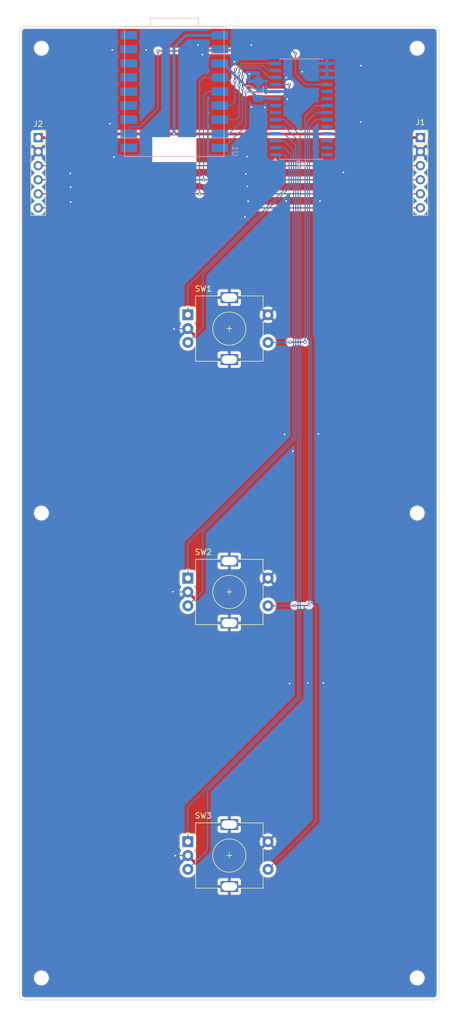
<source format=kicad_pcb>
(kicad_pcb (version 20241229) (generator "pcbnew") (generator_version "9.0")
  (layers (0 "F.Cu" signal) (2 "B.Cu" signal) (13 "F.Paste" user) (15 "B.Paste" user) (5 "F.SilkS" user "F.Silkscreen") (7 "B.SilkS" user "B.Silkscreen") (1 "F.Mask" user) (3 "B.Mask" user) (25 "Edge.Cuts" user))
  (net 0 "")
  (net 1 "Net-(J1-Pin_6)")
  (net 2 "Net-(U2-GPB0)")
  (net 4 "/~{MCP_RST}")
  (net 5 "Net-(U2-GPB1)")
  (net 7 "Net-(U2-GPB2)")
  (net 9 "Net-(U2-GPB3)")
  (net 14 "Net-(U2-GPB4)")
  (net 15 "Net-(U2-GPB5)")
  (net 17 "Net-(U2-GPA0)")
  (net 18 "Net-(U2-GPA1)")
  (net 19 "Net-(U2-GPA2)")
  (net 20 "/MISO")
  (net 21 "/~{MCP_CS}")
  (net 22 "/MOSI")
  (net 23 "/SCK")
  (net 29 "GND")
  (net 30 "5V")
  (net 31 "Net-(U1-V3V)")
  (net 32 "/SLC")
  (net 33 "/SDA")
  (net 38 "Net-(J1-Pin_3)")
  (footprint "MountingHole:MountingHole_2.2mm_M2" (layer "F.Cu") (at 105.7625 25.044)
    (property "Reference" "H1" (hide yes))
    (property "Value" "MountingHole")
    (pad "" np_thru_hole circle (at 0 0) (size 2.2 2.2) (drill 2.2) (layers "*.Cu" "*.Mask"))
  )
  (footprint "MountingHole:MountingHole_2.2mm_M2" (layer "F.Cu") (at 105.7625 109.044)
    (property "Reference" "H3" (hide yes))
    (property "Value" "MountingHole")
    (pad "" np_thru_hole circle (at 0 0) (size 2.2 2.2) (drill 2.2) (layers "*.Cu" "*.Mask"))
  )
  (footprint "Tommy:PinSocket_1x06_P2.54mm_MagPogoHor_R" (layer "F.Cu") (at 106.4625 36.044)
    (property "Reference" "J2" (at -1.275 2.68 0) (layer "F.SilkS"))
    (property "Value" "Conn_01x06")
    (fp_line (start -2.605 6.42) (end -2.605 19.18) (stroke (width 0.12)) (layer "F.SilkS"))
    (fp_line (start -2.605 6.42) (end 0.055 6.42) (stroke (width 0.12)) (layer "F.SilkS"))
    (fp_line (start -2.605 19.18) (end 0.055 19.18) (stroke (width 0.12)) (layer "F.SilkS"))
    (fp_line (start -1.275 3.82) (end 0.055 3.82) (stroke (width 0.12)) (layer "F.SilkS"))
    (fp_line (start 0.055 3.82) (end 0.055 5.15) (stroke (width 0.12)) (layer "F.SilkS"))
    (fp_line (start 0.055 6.42) (end 0.055 19.18) (stroke (width 0.12)) (layer "F.SilkS"))
    (pad "1" thru_hole rect (at -1.275 5.15) (size 1.7 1.7) (drill 1) (layers "*.Cu" "*.Mask") (net 30 "5V"))
    (pad "2" thru_hole circle (at -1.275 7.69) (size 1.7 1.7) (drill 1) (layers "*.Cu" "*.Mask") (net 29 "GND"))
    (pad "3" thru_hole circle (at -1.275 10.23) (size 1.7 1.7) (drill 1) (layers "*.Cu" "*.Mask") (net 38 "Net-(J1-Pin_3)"))
    (pad "4" thru_hole circle (at -1.275 12.77) (size 1.7 1.7) (drill 1) (layers "*.Cu" "*.Mask") (net 33 "/SDA"))
    (pad "5" thru_hole circle (at -1.275 15.31) (size 1.7 1.7) (drill 1) (layers "*.Cu" "*.Mask") (net 32 "/SLC"))
    (pad "6" thru_hole circle (at -1.275 17.85) (size 1.7 1.7) (drill 1) (layers "*.Cu" "*.Mask") (net 1 "Net-(J1-Pin_6)"))
  )
  (footprint "Rotary_Encoder:RotaryEncoder_Alps_EC11E-Switch_Vertical_H20mm" (layer "F.Cu") (at 132.2625 73.204)
    (property "Reference" "SW1" (at 2.8 -4.7 0) (layer "F.SilkS"))
    (property "Value" "RotaryEncoder_Switch_MP")
    (fp_line (start -0.3 -1.6) (end 0.3 -1.6) (stroke (width 0.12)) (layer "F.SilkS"))
    (fp_line (start 0 -1.3) (end -0.3 -1.6) (stroke (width 0.12)) (layer "F.SilkS"))
    (fp_line (start 0.3 -1.6) (end 0 -1.3) (stroke (width 0.12)) (layer "F.SilkS"))
    (fp_line (start 1.4 -3.4) (end 1.4 8.4) (stroke (width 0.12)) (layer "F.SilkS"))
    (fp_line (start 5.5 -3.4) (end 1.4 -3.4) (stroke (width 0.12)) (layer "F.SilkS"))
    (fp_line (start 5.5 8.4) (end 1.4 8.4) (stroke (width 0.12)) (layer "F.SilkS"))
    (fp_line (start 7 2.5) (end 8 2.5) (stroke (width 0.12)) (layer "F.SilkS"))
    (fp_line (start 7.5 2) (end 7.5 3) (stroke (width 0.12)) (layer "F.SilkS"))
    (fp_line (start 9.5 -3.4) (end 13.6 -3.4) (stroke (width 0.12)) (layer "F.SilkS"))
    (fp_line (start 13.6 -3.4) (end 13.6 -1) (stroke (width 0.12)) (layer "F.SilkS"))
    (fp_line (start 13.6 1.2) (end 13.6 3.8) (stroke (width 0.12)) (layer "F.SilkS"))
    (fp_line (start 13.6 6) (end 13.6 8.4) (stroke (width 0.12)) (layer "F.SilkS"))
    (fp_line (start 13.6 8.4) (end 9.5 8.4) (stroke (width 0.12)) (layer "F.SilkS"))
    (fp_circle (center 7.5 2.5) (end 10.5 2.5) (stroke (width 0.12)) (fill no) (layer "F.SilkS"))
    (pad "A" thru_hole rect (at 0 0) (size 2 2) (drill 1) (layers "*.Cu" "*.Mask") (net 2 "Net-(U2-GPB0)"))
    (pad "B" thru_hole circle (at 0 5) (size 2 2) (drill 1) (layers "*.Cu" "*.Mask") (net 5 "Net-(U2-GPB1)"))
    (pad "C" thru_hole circle (at 0 2.5) (size 2 2) (drill 1) (layers "*.Cu" "*.Mask") (net 29 "GND"))
    (pad "MP" thru_hole rect (at 7.5 -3.1) (size 3.2 2) (drill oval 2.8 1.5) (layers "*.Cu" "*.Mask") (net 29 "GND"))
    (pad "MP" thru_hole rect (at 7.5 8.1) (size 3.2 2) (drill oval 2.8 1.5) (layers "*.Cu" "*.Mask") (net 29 "GND"))
    (pad "S1" thru_hole circle (at 14.5 5) (size 2 2) (drill 1) (layers "*.Cu" "*.Mask") (net 17 "Net-(U2-GPA0)"))
    (pad "S2" thru_hole circle (at 14.5 0) (size 2 2) (drill 1) (layers "*.Cu" "*.Mask") (net 29 "GND"))
  )
  (footprint "Rotary_Encoder:RotaryEncoder_Alps_EC11E-Switch_Vertical_H20mm" (layer "F.Cu") (at 132.2625 168.424)
    (property "Reference" "SW3" (at 2.8 -4.7 0) (layer "F.SilkS"))
    (property "Value" "RotaryEncoder_Switch_MP")
    (fp_line (start -0.3 -1.6) (end 0.3 -1.6) (stroke (width 0.12)) (layer "F.SilkS"))
    (fp_line (start 0 -1.3) (end -0.3 -1.6) (stroke (width 0.12)) (layer "F.SilkS"))
    (fp_line (start 0.3 -1.6) (end 0 -1.3) (stroke (width 0.12)) (layer "F.SilkS"))
    (fp_line (start 1.4 -3.4) (end 1.4 8.4) (stroke (width 0.12)) (layer "F.SilkS"))
    (fp_line (start 5.5 -3.4) (end 1.4 -3.4) (stroke (width 0.12)) (layer "F.SilkS"))
    (fp_line (start 5.5 8.4) (end 1.4 8.4) (stroke (width 0.12)) (layer "F.SilkS"))
    (fp_line (start 7 2.5) (end 8 2.5) (stroke (width 0.12)) (layer "F.SilkS"))
    (fp_line (start 7.5 2) (end 7.5 3) (stroke (width 0.12)) (layer "F.SilkS"))
    (fp_line (start 9.5 -3.4) (end 13.6 -3.4) (stroke (width 0.12)) (layer "F.SilkS"))
    (fp_line (start 13.6 -3.4) (end 13.6 -1) (stroke (width 0.12)) (layer "F.SilkS"))
    (fp_line (start 13.6 1.2) (end 13.6 3.8) (stroke (width 0.12)) (layer "F.SilkS"))
    (fp_line (start 13.6 6) (end 13.6 8.4) (stroke (width 0.12)) (layer "F.SilkS"))
    (fp_line (start 13.6 8.4) (end 9.5 8.4) (stroke (width 0.12)) (layer "F.SilkS"))
    (fp_circle (center 7.5 2.5) (end 10.5 2.5) (stroke (width 0.12)) (fill no) (layer "F.SilkS"))
    (pad "A" thru_hole rect (at 0 0) (size 2 2) (drill 1) (layers "*.Cu" "*.Mask") (net 14 "Net-(U2-GPB4)"))
    (pad "B" thru_hole circle (at 0 5) (size 2 2) (drill 1) (layers "*.Cu" "*.Mask") (net 15 "Net-(U2-GPB5)"))
    (pad "C" thru_hole circle (at 0 2.5) (size 2 2) (drill 1) (layers "*.Cu" "*.Mask") (net 29 "GND"))
    (pad "MP" thru_hole rect (at 7.5 -3.1) (size 3.2 2) (drill oval 2.8 1.5) (layers "*.Cu" "*.Mask") (net 29 "GND"))
    (pad "MP" thru_hole rect (at 7.5 8.1) (size 3.2 2) (drill oval 2.8 1.5) (layers "*.Cu" "*.Mask") (net 29 "GND"))
    (pad "S1" thru_hole circle (at 14.5 5) (size 2 2) (drill 1) (layers "*.Cu" "*.Mask") (net 19 "Net-(U2-GPA2)"))
    (pad "S2" thru_hole circle (at 14.5 0) (size 2 2) (drill 1) (layers "*.Cu" "*.Mask") (net 29 "GND"))
  )
  (footprint "Rotary_Encoder:RotaryEncoder_Alps_EC11E-Switch_Vertical_H20mm" (layer "F.Cu") (at 132.2575 120.794)
    (property "Reference" "SW2" (at 2.8 -4.7 0) (layer "F.SilkS"))
    (property "Value" "RotaryEncoder_Switch_MP")
    (fp_line (start -0.3 -1.6) (end 0.3 -1.6) (stroke (width 0.12)) (layer "F.SilkS"))
    (fp_line (start 0 -1.3) (end -0.3 -1.6) (stroke (width 0.12)) (layer "F.SilkS"))
    (fp_line (start 0.3 -1.6) (end 0 -1.3) (stroke (width 0.12)) (layer "F.SilkS"))
    (fp_line (start 1.4 -3.4) (end 1.4 8.4) (stroke (width 0.12)) (layer "F.SilkS"))
    (fp_line (start 5.5 -3.4) (end 1.4 -3.4) (stroke (width 0.12)) (layer "F.SilkS"))
    (fp_line (start 5.5 8.4) (end 1.4 8.4) (stroke (width 0.12)) (layer "F.SilkS"))
    (fp_line (start 7 2.5) (end 8 2.5) (stroke (width 0.12)) (layer "F.SilkS"))
    (fp_line (start 7.5 2) (end 7.5 3) (stroke (width 0.12)) (layer "F.SilkS"))
    (fp_line (start 9.5 -3.4) (end 13.6 -3.4) (stroke (width 0.12)) (layer "F.SilkS"))
    (fp_line (start 13.6 -3.4) (end 13.6 -1) (stroke (width 0.12)) (layer "F.SilkS"))
    (fp_line (start 13.6 1.2) (end 13.6 3.8) (stroke (width 0.12)) (layer "F.SilkS"))
    (fp_line (start 13.6 6) (end 13.6 8.4) (stroke (width 0.12)) (layer "F.SilkS"))
    (fp_line (start 13.6 8.4) (end 9.5 8.4) (stroke (width 0.12)) (layer "F.SilkS"))
    (fp_circle (center 7.5 2.5) (end 10.5 2.5) (stroke (width 0.12)) (fill no) (layer "F.SilkS"))
    (pad "A" thru_hole rect (at 0 0) (size 2 2) (drill 1) (layers "*.Cu" "*.Mask") (net 7 "Net-(U2-GPB2)"))
    (pad "B" thru_hole circle (at 0 5) (size 2 2) (drill 1) (layers "*.Cu" "*.Mask") (net 9 "Net-(U2-GPB3)"))
    (pad "C" thru_hole circle (at 0 2.5) (size 2 2) (drill 1) (layers "*.Cu" "*.Mask") (net 29 "GND"))
    (pad "MP" thru_hole rect (at 7.5 -3.1) (size 3.2 2) (drill oval 2.8 1.5) (layers "*.Cu" "*.Mask") (net 29 "GND"))
    (pad "MP" thru_hole rect (at 7.5 8.1) (size 3.2 2) (drill oval 2.8 1.5) (layers "*.Cu" "*.Mask") (net 29 "GND"))
    (pad "S1" thru_hole circle (at 14.5 5) (size 2 2) (drill 1) (layers "*.Cu" "*.Mask") (net 18 "Net-(U2-GPA1)"))
    (pad "S2" thru_hole circle (at 14.5 0) (size 2 2) (drill 1) (layers "*.Cu" "*.Mask") (net 29 "GND"))
  )
  (footprint "MountingHole:MountingHole_2.2mm_M2" (layer "F.Cu") (at 173.7625 109.044)
    (property "Reference" "H4" (hide yes))
    (property "Value" "MountingHole")
    (pad "" np_thru_hole circle (at 0 0) (size 2.2 2.2) (drill 2.2) (layers "*.Cu" "*.Mask"))
  )
  (footprint "MountingHole:MountingHole_2.2mm_M2" (layer "F.Cu") (at 173.7625 193.044)
    (property "Reference" "H6" (hide yes))
    (property "Value" "MountingHole")
    (pad "" np_thru_hole circle (at 0 0) (size 2.2 2.2) (drill 2.2) (layers "*.Cu" "*.Mask"))
  )
  (footprint "MountingHole:MountingHole_2.2mm_M2" (layer "F.Cu") (at 105.7625 193.044)
    (property "Reference" "H5" (hide yes))
    (property "Value" "MountingHole")
    (pad "" np_thru_hole circle (at 0 0) (size 2.2 2.2) (drill 2.2) (layers "*.Cu" "*.Mask"))
  )
  (footprint "Tommy:PinSocket_1x06_P2.54mm_MagPogoHor" (layer "F.Cu") (at 173.0575 36.034)
    (property "Reference" "J1" (at 1.275 2.38 0) (layer "F.SilkS"))
    (property "Value" "Conn_01x06")
    (fp_line (start -0.055 6.42) (end -0.055 19.18) (stroke (width 0.12)) (layer "F.SilkS"))
    (fp_line (start -0.055 6.42) (end 2.605 6.42) (stroke (width 0.12)) (layer "F.SilkS"))
    (fp_line (start -0.055 19.18) (end 2.605 19.18) (stroke (width 0.12)) (layer "F.SilkS"))
    (fp_line (start 1.275 3.82) (end 2.605 3.82) (stroke (width 0.12)) (layer "F.SilkS"))
    (fp_line (start 2.605 3.82) (end 2.605 5.15) (stroke (width 0.12)) (layer "F.SilkS"))
    (fp_line (start 2.605 6.42) (end 2.605 19.18) (stroke (width 0.12)) (layer "F.SilkS"))
    (pad "1" thru_hole rect (at 1.275 5.15) (size 1.7 1.7) (drill 1) (layers "*.Cu" "*.Mask") (net 30 "5V"))
    (pad "2" thru_hole circle (at 1.275 7.69) (size 1.7 1.7) (drill 1) (layers "*.Cu" "*.Mask") (net 29 "GND"))
    (pad "3" thru_hole circle (at 1.275 10.23) (size 1.7 1.7) (drill 1) (layers "*.Cu" "*.Mask") (net 38 "Net-(J1-Pin_3)"))
    (pad "4" thru_hole circle (at 1.275 12.77) (size 1.7 1.7) (drill 1) (layers "*.Cu" "*.Mask") (net 33 "/SDA"))
    (pad "5" thru_hole circle (at 1.275 15.31) (size 1.7 1.7) (drill 1) (layers "*.Cu" "*.Mask") (net 32 "/SLC"))
    (pad "6" thru_hole circle (at 1.275 17.85) (size 1.7 1.7) (drill 1) (layers "*.Cu" "*.Mask") (net 1 "Net-(J1-Pin_6)"))
  )
  (footprint "MountingHole:MountingHole_2.2mm_M2" (layer "F.Cu") (at 173.7625 25.044)
    (property "Reference" "H2" (hide yes))
    (property "Value" "MountingHole")
    (pad "" np_thru_hole circle (at 0 0) (size 2.2 2.2) (drill 2.2) (layers "*.Cu" "*.Mask"))
  )
  (footprint "Capacitor_SMD:C_1206_3216Metric_Pad1.33x1.80mm_HandSolder" (layer "B.Cu") (at 144.9625 32.544 90)
    (property "Reference" "C1" (at 0 -1.7 90) (layer "B.SilkS") (effects (justify mirror)))
    (property "Value" "0.1uF")
    (fp_line (start -0.711252 -0.91) (end 0.711252 -0.91) (stroke (width 0.12)) (layer "B.SilkS"))
    (fp_line (start -0.711252 0.91) (end 0.711252 0.91) (stroke (width 0.12)) (layer "B.SilkS"))
    (pad "1" smd roundrect (at -1.5625 0 90) (size 1.325 1.8) (layers "B.Cu" "B.Mask" "B.Paste") (roundrect_rratio 0.188679) (net 31 "Net-(U1-V3V)"))
    (pad "2" smd roundrect (at 1.5625 0 90) (size 1.325 1.8) (layers "B.Cu" "B.Mask" "B.Paste") (roundrect_rratio 0.188679) (net 29 "GND"))
  )
  (footprint "Package_SO:SOIC-28W_7.5x17.9mm_P1.27mm" (layer "B.Cu") (at 152.7625 36.044)
    (property "Reference" "U2" (at 0 9.9 0) (layer "B.SilkS") (effects (justify mirror)))
    (property "Value" "MCP23S17_SO")
    (fp_line (start -3.86 -9.06) (end -3.86 -8.815) (stroke (width 0.12)) (layer "B.SilkS"))
    (fp_line (start -3.86 9.06) (end -3.86 8.815) (stroke (width 0.12)) (layer "B.SilkS"))
    (fp_line (start 0 -9.06) (end -3.86 -9.06) (stroke (width 0.12)) (layer "B.SilkS"))
    (fp_line (start 0 -9.06) (end 3.86 -9.06) (stroke (width 0.12)) (layer "B.SilkS"))
    (fp_line (start 0 9.06) (end -3.86 9.06) (stroke (width 0.12)) (layer "B.SilkS"))
    (fp_line (start 0 9.06) (end 3.86 9.06) (stroke (width 0.12)) (layer "B.SilkS"))
    (fp_line (start 3.86 -9.06) (end 3.86 -8.815) (stroke (width 0.12)) (layer "B.SilkS"))
    (fp_line (start 3.86 9.06) (end 3.86 8.815) (stroke (width 0.12)) (layer "B.SilkS"))
    (fp_poly (pts (xy -4.7125 8.815) (xy -5.0525 9.285) (xy -4.3725 9.285)) (stroke (width 0.12)) (fill yes) (layer "B.SilkS"))
    (pad "1" smd roundrect (at -4.65 8.255) (size 2.05 0.6) (layers "B.Cu" "B.Mask" "B.Paste") (net 2 "Net-(U2-GPB0)"))
    (pad "2" smd roundrect (at -4.65 6.985) (size 2.05 0.6) (layers "B.Cu" "B.Mask" "B.Paste") (net 5 "Net-(U2-GPB1)"))
    (pad "3" smd roundrect (at -4.65 5.715) (size 2.05 0.6) (layers "B.Cu" "B.Mask" "B.Paste") (net 7 "Net-(U2-GPB2)"))
    (pad "4" smd roundrect (at -4.65 4.445) (size 2.05 0.6) (layers "B.Cu" "B.Mask" "B.Paste") (net 9 "Net-(U2-GPB3)"))
    (pad "5" smd roundrect (at -4.65 3.175) (size 2.05 0.6) (layers "B.Cu" "B.Mask" "B.Paste") (net 14 "Net-(U2-GPB4)"))
    (pad "6" smd roundrect (at -4.65 1.905) (size 2.05 0.6) (layers "B.Cu" "B.Mask" "B.Paste") (net 15 "Net-(U2-GPB5)"))
    (pad "7" smd roundrect (at -4.65 0.635) (size 2.05 0.6) (layers "B.Cu" "B.Mask" "B.Paste"))
    (pad "8" smd roundrect (at -4.65 -0.635) (size 2.05 0.6) (layers "B.Cu" "B.Mask" "B.Paste"))
    (pad "9" smd roundrect (at -4.65 -1.905) (size 2.05 0.6) (layers "B.Cu" "B.Mask" "B.Paste") (net 31 "Net-(U1-V3V)"))
    (pad "10" smd roundrect (at -4.65 -3.175) (size 2.05 0.6) (layers "B.Cu" "B.Mask" "B.Paste") (net 29 "GND"))
    (pad "11" smd roundrect (at -4.65 -4.445) (size 2.05 0.6) (layers "B.Cu" "B.Mask" "B.Paste") (net 21 "/~{MCP_CS}"))
    (pad "12" smd roundrect (at -4.65 -5.715) (size 2.05 0.6) (layers "B.Cu" "B.Mask" "B.Paste") (net 23 "/SCK"))
    (pad "13" smd roundrect (at -4.65 -6.985) (size 2.05 0.6) (layers "B.Cu" "B.Mask" "B.Paste") (net 22 "/MOSI"))
    (pad "14" smd roundrect (at -4.65 -8.255) (size 2.05 0.6) (layers "B.Cu" "B.Mask" "B.Paste") (net 20 "/MISO"))
    (pad "15" smd roundrect (at 4.65 -8.255) (size 2.05 0.6) (layers "B.Cu" "B.Mask" "B.Paste") (net 29 "GND"))
    (pad "16" smd roundrect (at 4.65 -6.985) (size 2.05 0.6) (layers "B.Cu" "B.Mask" "B.Paste") (net 29 "GND"))
    (pad "17" smd roundrect (at 4.65 -5.715) (size 2.05 0.6) (layers "B.Cu" "B.Mask" "B.Paste") (net 29 "GND"))
    (pad "18" smd roundrect (at 4.65 -4.445) (size 2.05 0.6) (layers "B.Cu" "B.Mask" "B.Paste") (net 4 "/~{MCP_RST}"))
    (pad "19" smd roundrect (at 4.65 -3.175) (size 2.05 0.6) (layers "B.Cu" "B.Mask" "B.Paste"))
    (pad "20" smd roundrect (at 4.65 -1.905) (size 2.05 0.6) (layers "B.Cu" "B.Mask" "B.Paste"))
    (pad "21" smd roundrect (at 4.65 -0.635) (size 2.05 0.6) (layers "B.Cu" "B.Mask" "B.Paste") (net 17 "Net-(U2-GPA0)"))
    (pad "22" smd roundrect (at 4.65 0.635) (size 2.05 0.6) (layers "B.Cu" "B.Mask" "B.Paste") (net 18 "Net-(U2-GPA1)"))
    (pad "23" smd roundrect (at 4.65 1.905) (size 2.05 0.6) (layers "B.Cu" "B.Mask" "B.Paste") (net 19 "Net-(U2-GPA2)"))
    (pad "24" smd roundrect (at 4.65 3.175) (size 2.05 0.6) (layers "B.Cu" "B.Mask" "B.Paste"))
    (pad "25" smd roundrect (at 4.65 4.445) (size 2.05 0.6) (layers "B.Cu" "B.Mask" "B.Paste"))
    (pad "26" smd roundrect (at 4.65 5.715) (size 2.05 0.6) (layers "B.Cu" "B.Mask" "B.Paste"))
    (pad "27" smd roundrect (at 4.65 6.985) (size 2.05 0.6) (layers "B.Cu" "B.Mask" "B.Paste"))
    (pad "28" smd roundrect (at 4.65 8.255) (size 2.05 0.6) (layers "B.Cu" "B.Mask" "B.Paste"))
  )
  (footprint "JonathanAdams-Waveshare-ESP32:Waveshare-ESP32-C3-Zero" (layer "B.Cu") (at 130.3125 32.614 180)
    (property "Reference" "U1" (at -10.5 -11 270) (layer "B.SilkS") (effects (font (thickness 0.1)) (justify mirror)))
    (property "Value" "ESP32-C3")
    (fp_rect (start -3.85 11.5) (end 4.83 13) (stroke (width 0.1)) (fill no) (layer "B.SilkS"))
    (fp_rect (start -8.5 11.5) (end 9.5 -12) (stroke (width 0.12)) (fill no) (layer "B.SilkS"))
    (pad "1" smd rect (at -7.74 9.91 180) (size 3 1.5) (layers "B.Cu" "B.Mask" "B.Paste") (net 30 "5V"))
    (pad "2" smd rect (at -7.74 7.37 180) (size 3 1.5) (layers "B.Cu" "B.Mask" "B.Paste") (net 29 "GND"))
    (pad "3" smd rect (at -7.74 4.83 180) (size 3 1.5) (layers "B.Cu" "B.Mask" "B.Paste") (net 31 "Net-(U1-V3V)"))
    (pad "4" smd rect (at -7.74 2.29 180) (size 3 1.5) (layers "B.Cu" "B.Mask" "B.Paste") (net 32 "/SLC"))
    (pad "5" smd rect (at -7.74 -0.25 180) (size 3 1.5) (layers "B.Cu" "B.Mask" "B.Paste") (net 33 "/SDA"))
    (pad "6" smd rect (at -7.74 -2.79 180) (size 3 1.5) (layers "B.Cu" "B.Mask" "B.Paste") (net 20 "/MISO"))
    (pad "7" smd rect (at -7.74 -5.33 180) (size 3 1.5) (layers "B.Cu" "B.Mask" "B.Paste") (net 22 "/MOSI"))
    (pad "8" smd rect (at -7.74 -7.87 180) (size 3 1.5) (layers "B.Cu" "B.Mask" "B.Paste") (net 23 "/SCK"))
    (pad "9" smd rect (at -7.74 -10.41 180) (size 3 1.5) (layers "B.Cu" "B.Mask" "B.Paste") (net 21 "/~{MCP_CS}"))
    (pad "10" smd rect (at 8.75 -10.41 180) (size 3 1.5) (layers "B.Cu" "B.Mask" "B.Paste"))
    (pad "11" smd rect (at 8.75 -7.87 180) (size 3 1.5) (layers "B.Cu" "B.Mask" "B.Paste") (net 4 "/~{MCP_RST}"))
    (pad "12" smd rect (at 8.75 -5.33 180) (size 3 1.5) (layers "B.Cu" "B.Mask" "B.Paste"))
    (pad "13" smd rect (at 8.75 -2.79 180) (size 3 1.5) (layers "B.Cu" "B.Mask" "B.Paste"))
    (pad "14" smd rect (at 8.75 -0.25 180) (size 3 1.5) (layers "B.Cu" "B.Mask" "B.Paste"))
    (pad "15" smd rect (at 8.75 2.29 180) (size 3 1.5) (layers "B.Cu" "B.Mask" "B.Paste"))
    (pad "16" smd rect (at 8.75 4.83 180) (size 3 1.5) (layers "B.Cu" "B.Mask" "B.Paste"))
    (pad "17" smd rect (at 8.75 7.37 180) (size 3 1.5) (layers "B.Cu" "B.Mask" "B.Paste"))
    (pad "18" smd rect (at 8.75 9.91 180) (size 3 1.5) (layers "B.Cu" "B.Mask" "B.Paste"))
    (zone (net 0) (net_name "") (layers "F.Cu" "B.Cu") (connect_pads (clearance 0)) (min_thickness 0.25)
      (keepout (tracks not_allowed) (vias not_allowed) (pads not_allowed) (copperpour not_allowed) (footprints not_allowed))
      (fill (thermal_gap 0.5) (thermal_bridge_width 0.5))
      (polygon (pts (xy 133.8125 41.114) (xy 125.8125 41.114) (xy 125.8125 45.614) (xy 133.8125 45.614)))
    )
  )
  (gr_arc (start 101.7625 22.044) (mid 102.055393 21.336893) (end 102.7625 21.044) (stroke (width 0.1)) (layer "Edge.Cuts"))
  (gr_arc (start 102.7625 197.044) (mid 102.055393 196.751107) (end 101.7625 196.044) (stroke (width 0.1)) (layer "Edge.Cuts"))
  (gr_line (start 101.7625 196.044) (end 101.7625 22.044) (stroke (width 0.1)) (layer "Edge.Cuts"))
  (gr_line (start 102.7625 21.044) (end 176.7625 21.044) (stroke (width 0.1)) (layer "Edge.Cuts"))
  (gr_line (start 177.7625 22.044) (end 177.7625 196.044) (stroke (width 0.1)) (layer "Edge.Cuts"))
  (gr_arc (start 176.7625 21.044) (mid 177.469607 21.336893) (end 177.7625 22.044) (stroke (width 0.1)) (layer "Edge.Cuts"))
  (gr_arc (start 177.7625 196.044) (mid 177.469607 196.751107) (end 176.7625 197.044) (stroke (width 0.1)) (layer "Edge.Cuts"))
  (gr_line (start 176.7625 197.044) (end 102.7625 197.044) (stroke (width 0.1)) (layer "Edge.Cuts"))
  (segment (start 105.1875 53.894) (end 174.3225 53.894) (width 0.2) (layer "F.Cu") (net 1))
  (segment (start 174.3225 53.894) (end 174.3325 53.884) (width 0.2) (layer "F.Cu") (net 1))
  (segment (start 132.2625 73.204) (end 132.2625 68.044) (width 0.2) (layer "B.Cu") (net 2))
  (segment (start 150.5825 45.264) (end 149.6175 44.299) (width 0.2) (layer "B.Cu") (net 2))
  (segment (start 149.6175 44.299) (end 148.1125 44.299) (width 0.2) (layer "B.Cu") (net 2))
  (segment (start 132.2625 68.044) (end 150.5825 49.724) (width 0.2) (layer "B.Cu") (net 2))
  (segment (start 150.5825 49.724) (end 150.5825 45.264) (width 0.2) (layer "B.Cu") (net 2))
  (segment (start 151.2525 25.524) (end 126.8525 25.524) (width 0.2) (layer "F.Cu") (net 4))
  (segment (start 151.7525 26.024) (end 151.2525 25.524) (width 0.2) (layer "F.Cu") (net 4))
  (via (at 126.8525 25.524) (size 0.6) (drill 0.3) (layers "F.Cu" "B.Cu") (net 4))
  (via (at 151.7525 26.024) (size 0.6) (drill 0.3) (layers "F.Cu" "B.Cu") (net 4))
  (segment (start 121.7725 39.234) (end 121.5625 39.444) (width 0.2) (layer "B.Cu") (net 4))
  (segment (start 157.4125 31.599) (end 153.589468 31.599) (width 0.2) (layer "B.Cu") (net 4))
  (segment (start 151.7525 29.762032) (end 151.7525 26.024) (width 0.2) (layer "B.Cu") (net 4))
  (segment (start 153.589468 31.599) (end 151.7525 29.762032) (width 0.2) (layer "B.Cu") (net 4))
  (segment (start 121.5625 39.444) (end 121.5625 40.484) (width 0.2) (layer "B.Cu") (net 4))
  (segment (start 123.5625 39.234) (end 121.7725 39.234) (width 0.2) (layer "B.Cu") (net 4))
  (segment (start 126.8525 25.524) (end 126.8525 35.944) (width 0.2) (layer "B.Cu") (net 4))
  (segment (start 126.8525 35.944) (end 123.5625 39.234) (width 0.2) (layer "B.Cu") (net 4))
  (segment (start 134.9625 75.504) (end 134.9625 65.9111) (width 0.2) (layer "B.Cu") (net 5))
  (segment (start 150.9835 44.365) (end 149.6475 43.029) (width 0.2) (layer "B.Cu") (net 5))
  (segment (start 132.2625 78.204) (end 134.9625 75.504) (width 0.2) (layer "B.Cu") (net 5))
  (segment (start 149.6475 43.029) (end 148.1125 43.029) (width 0.2) (layer "B.Cu") (net 5))
  (segment (start 150.9835 49.8901) (end 150.9835 44.365) (width 0.2) (layer "B.Cu") (net 5))
  (segment (start 134.9625 65.9111) (end 150.9835 49.8901) (width 0.2) (layer "B.Cu") (net 5))
  (segment (start 132.2575 120.794) (end 132.2575 114.549) (width 0.2) (layer "B.Cu") (net 7))
  (segment (start 149.6775 41.759) (end 148.1125 41.759) (width 0.2) (layer "B.Cu") (net 7))
  (segment (start 132.2575 114.549) (end 151.3845 95.422) (width 0.2) (layer "B.Cu") (net 7))
  (segment (start 151.3845 95.422) (end 151.3845 43.466) (width 0.2) (layer "B.Cu") (net 7))
  (segment (start 151.3845 43.466) (end 149.6775 41.759) (width 0.2) (layer "B.Cu") (net 7))
  (segment (start 132.2575 125.794) (end 134.89605 123.15545) (width 0.2) (layer "B.Cu") (net 9))
  (segment (start 134.89605 123.15545) (end 134.89605 112.47755) (width 0.2) (layer "B.Cu") (net 9))
  (segment (start 151.7855 95.5881) (end 151.7855 42.567) (width 0.2) (layer "B.Cu") (net 9))
  (segment (start 149.7075 40.489) (end 148.1125 40.489) (width 0.2) (layer "B.Cu") (net 9))
  (segment (start 134.89605 112.47755) (end 151.7855 95.5881) (width 0.2) (layer "B.Cu") (net 9))
  (segment (start 151.7855 42.567) (end 149.7075 40.489) (width 0.2) (layer "B.Cu") (net 9))
  (segment (start 152.1865 41.668) (end 149.7375 39.219) (width 0.2) (layer "B.Cu") (net 14))
  (segment (start 132.2625 168.424) (end 132.2625 162.144) (width 0.2) (layer "B.Cu") (net 14))
  (segment (start 149.7375 39.219) (end 148.1125 39.219) (width 0.2) (layer "B.Cu") (net 14))
  (segment (start 132.2625 162.144) (end 152.1865 142.22) (width 0.2) (layer "B.Cu") (net 14))
  (segment (start 152.1865 142.22) (end 152.1865 41.668) (width 0.2) (layer "B.Cu") (net 14))
  (segment (start 135.79605 159.17755) (end 152.5875 142.3861) (width 0.2) (layer "B.Cu") (net 15))
  (segment (start 152.5875 40.769) (end 149.7675 37.949) (width 0.2) (layer "B.Cu") (net 15))
  (segment (start 135.79605 169.89045) (end 135.79605 159.17755) (width 0.2) (layer "B.Cu") (net 15))
  (segment (start 132.2625 173.424) (end 135.79605 169.89045) (width 0.2) (layer "B.Cu") (net 15))
  (segment (start 149.7675 37.949) (end 148.1125 37.949) (width 0.2) (layer "B.Cu") (net 15))
  (segment (start 152.5875 142.3861) (end 152.5875 40.769) (width 0.2) (layer "B.Cu") (net 15))
  (segment (start 150.7845 78.144) (end 153.4625 78.144) (width 0.2) (layer "F.Cu") (net 17))
  (via (at 150.7845 78.144) (size 0.6) (drill 0.3) (layers "F.Cu" "B.Cu") (net 17))
  (via (at 153.4625 78.144) (size 0.6) (drill 0.3) (layers "F.Cu" "B.Cu") (net 17))
  (segment (start 150.7245 78.204) (end 150.7845 78.144) (width 0.2) (layer "B.Cu") (net 17))
  (segment (start 153.4625 37.339) (end 155.3925 35.409) (width 0.2) (layer "B.Cu") (net 17))
  (segment (start 146.7625 78.204) (end 150.7245 78.204) (width 0.2) (layer "B.Cu") (net 17))
  (segment (start 153.4625 78.144) (end 153.4625 37.339) (width 0.2) (layer "B.Cu") (net 17))
  (segment (start 155.3925 35.409) (end 157.4125 35.409) (width 0.2) (layer "B.Cu") (net 17))
  (segment (start 154.0625 125.744) (end 154.1625 125.644) (width 0.2) (layer "F.Cu") (net 18))
  (segment (start 151.5865 125.744) (end 154.0625 125.744) (width 0.2) (layer "F.Cu") (net 18))
  (via (at 154.1625 125.644) (size 0.6) (drill 0.3) (layers "F.Cu" "B.Cu") (net 18))
  (via (at 151.5865 125.744) (size 0.6) (drill 0.3) (layers "F.Cu" "B.Cu") (net 18))
  (segment (start 154.1625 77.943) (end 153.8635 77.644) (width 0.2) (layer "B.Cu") (net 18))
  (segment (start 151.5365 125.794) (end 151.5865 125.744) (width 0.2) (layer "B.Cu") (net 18))
  (segment (start 154.1625 125.644) (end 154.1625 77.943) (width 0.2) (layer "B.Cu") (net 18))
  (segment (start 155.4275 36.679) (end 157.4125 36.679) (width 0.2) (layer "B.Cu") (net 18))
  (segment (start 153.8635 38.243) (end 155.4275 36.679) (width 0.2) (layer "B.Cu") (net 18))
  (segment (start 146.7575 125.794) (end 151.5365 125.794) (width 0.2) (layer "B.Cu") (net 18))
  (segment (start 153.8635 77.644) (end 153.8635 38.243) (width 0.2) (layer "B.Cu") (net 18))
  (segment (start 154.5635 125.195057) (end 154.5635 77.643) (width 0.2) (layer "B.Cu") (net 19))
  (segment (start 155.4575 37.949) (end 157.4125 37.949) (width 0.2) (layer "B.Cu") (net 19))
  (segment (start 154.2645 77.344) (end 154.2645 39.142) (width 0.2) (layer "B.Cu") (net 19))
  (segment (start 154.2645 39.142) (end 155.4575 37.949) (width 0.2) (layer "B.Cu") (net 19))
  (segment (start 155.4625 164.724) (end 155.4625 126.094057) (width 0.2) (layer "B.Cu") (net 19))
  (segment (start 155.4625 126.094057) (end 154.5635 125.195057) (width 0.2) (layer "B.Cu") (net 19))
  (segment (start 154.5635 77.643) (end 154.2645 77.344) (width 0.2) (layer "B.Cu") (net 19))
  (segment (start 146.7625 173.424) (end 155.4625 164.724) (width 0.2) (layer "B.Cu") (net 19))
  (segment (start 140.7725 29.034) (end 140.861581 28.944919) (width 0.2) (layer "F.Cu") (net 20))
  (segment (start 140.775919 30.980581) (end 140.7725 30.977162) (width 0.2) (layer "F.Cu") (net 20))
  (segment (start 140.7725 30.977162) (end 140.7725 29.034) (width 0.2) (layer "F.Cu") (net 20))
  (via (at 140.775919 30.980581) (size 0.6) (drill 0.3) (layers "F.Cu" "B.Cu") (net 20))
  (via (at 140.861581 28.944919) (size 0.6) (drill 0.3) (layers "F.Cu" "B.Cu") (net 20))
  (segment (start 142.0175 27.789) (end 148.1125 27.789) (width 0.2) (layer "B.Cu") (net 20))
  (segment (start 140.775919 34.730581) (end 140.1025 35.404) (width 0.2) (layer "B.Cu") (net 20))
  (segment (start 140.1025 35.404) (end 138.0525 35.404) (width 0.2) (layer "B.Cu") (net 20))
  (segment (start 140.861581 28.944919) (end 142.0175 27.789) (width 0.2) (layer "B.Cu") (net 20))
  (segment (start 140.775919 30.980581) (end 140.775919 34.730581) (width 0.2) (layer "B.Cu") (net 20))
  (segment (start 150.6125 32.384) (end 150.045922 32.950578) (width 0.2) (layer "F.Cu") (net 21))
  (segment (start 150.045922 32.950578) (end 142.745919 32.950578) (width 0.2) (layer "F.Cu") (net 21))
  (segment (start 150.6125 31.584) (end 150.6125 32.384) (width 0.2) (layer "F.Cu") (net 21))
  (via (at 142.745919 32.950578) (size 0.6) (drill 0.3) (layers "F.Cu" "B.Cu") (net 21))
  (via (at 150.6125 31.584) (size 0.6) (drill 0.3) (layers "F.Cu" "B.Cu") (net 21))
  (segment (start 138.0525 43.024) (end 138.8025 43.024) (width 0.2) (layer "B.Cu") (net 21))
  (segment (start 150.5325 31.584) (end 150.5175 31.599) (width 0.2) (layer "B.Cu") (net 21))
  (segment (start 150.5175 31.599) (end 148.1125 31.599) (width 0.2) (layer "B.Cu") (net 21))
  (segment (start 142.745919 39.080581) (end 142.745919 32.950578) (width 0.2) (layer "B.Cu") (net 21))
  (segment (start 138.8025 43.024) (end 142.745919 39.080581) (width 0.2) (layer "B.Cu") (net 21))
  (segment (start 150.6125 31.584) (end 150.5325 31.584) (width 0.2) (layer "B.Cu") (net 21))
  (segment (start 141.545919 31.750581) (end 141.545919 29.630581) (width 0.2) (layer "F.Cu") (net 22))
  (segment (start 141.545919 29.630581) (end 141.546581 29.629919) (width 0.2) (layer "F.Cu") (net 22))
  (via (at 141.545919 31.750581) (size 0.6) (drill 0.3) (layers "F.Cu" "B.Cu") (net 22))
  (via (at 141.546581 29.629919) (size 0.6) (drill 0.3) (layers "F.Cu" "B.Cu") (net 22))
  (segment (start 141.545919 37.330581) (end 141.545919 31.750581) (width 0.2) (layer "B.Cu") (net 22))
  (segment (start 141.546581 29.629919) (end 141.546581 28.827019) (width 0.2) (layer "B.Cu") (net 22))
  (segment (start 140.9325 37.944) (end 141.545919 37.330581) (width 0.2) (layer "B.Cu") (net 22))
  (segment (start 145.9185 28.19) (end 146.7875 29.059) (width 0.2) (layer "B.Cu") (net 22))
  (segment (start 141.546581 28.827019) (end 142.1836 28.19) (width 0.2) (layer "B.Cu") (net 22))
  (segment (start 138.0525 37.944) (end 140.9325 37.944) (width 0.2) (layer "B.Cu") (net 22))
  (segment (start 146.7875 29.059) (end 148.1125 29.059) (width 0.2) (layer "B.Cu") (net 22))
  (segment (start 142.1836 28.19) (end 145.9185 28.19) (width 0.2) (layer "B.Cu") (net 22))
  (segment (start 142.145919 32.350578) (end 142.145919 30.219919) (width 0.2) (layer "F.Cu") (net 23))
  (via (at 142.145919 32.350578) (size 0.6) (drill 0.3) (layers "F.Cu" "B.Cu") (net 23))
  (via (at 142.145919 30.219919) (size 0.6) (drill 0.3) (layers "F.Cu" "B.Cu") (net 23))
  (segment (start 138.0525 40.484) (end 139.7525 40.484) (width 0.2) (layer "B.Cu") (net 23))
  (segment (start 146.9875 30.329) (end 148.1125 30.329) (width 0.2) (layer "B.Cu") (net 23))
  (segment (start 142.145919 30.219919) (end 142.145919 29.880524) (width 0.2) (layer "B.Cu") (net 23))
  (segment (start 142.4655 28.591) (end 145.2495 28.591) (width 0.2) (layer "B.Cu") (net 23))
  (segment (start 142.145919 38.090581) (end 142.145919 32.350578) (width 0.2) (layer "B.Cu") (net 23))
  (segment (start 139.7525 40.484) (end 142.145919 38.090581) (width 0.2) (layer "B.Cu") (net 23))
  (segment (start 142.147581 29.878862) (end 142.147581 28.908919) (width 0.2) (layer "B.Cu") (net 23))
  (segment (start 142.145919 29.880524) (end 142.147581 29.878862) (width 0.2) (layer "B.Cu") (net 23))
  (segment (start 145.2495 28.591) (end 146.9875 30.329) (width 0.2) (layer "B.Cu") (net 23))
  (segment (start 142.147581 28.908919) (end 142.4655 28.591) (width 0.2) (layer "B.Cu") (net 23))
  (via (at 129.7625 75.744) (size 0.6) (drill 0.3) (layers "F.Cu" "B.Cu") (net 29))
  (via (at 156.7625 139.744) (size 0.6) (drill 0.3) (layers "F.Cu" "B.Cu") (net 29))
  (via (at 153.9625 139.744) (size 0.6) (drill 0.3) (layers "F.Cu" "B.Cu") (net 29))
  (via (at 155.8625 94.744) (size 0.6) (drill 0.3) (layers "F.Cu" "B.Cu") (net 29))
  (via (at 142.7525 47.754) (size 0.6) (drill 0.3) (layers "F.Cu" "B.Cu") (net 29))
  (via (at 118.8925 44.714) (size 0.6) (drill 0.3) (layers "F.Cu" "B.Cu") (net 29))
  (via (at 160.3925 47.484) (size 0.6) (drill 0.3) (layers "F.Cu" "B.Cu") (net 29))
  (via (at 129.9625 170.944) (size 0.6) (drill 0.3) (layers "F.Cu" "B.Cu") (net 29))
  (via (at 156.1625 52.644) (size 0.6) (drill 0.3) (layers "F.Cu" "B.Cu") (net 29))
  (via (at 150.2625 34.234) (size 0.6) (drill 0.3) (layers "F.Cu" "B.Cu") (net 29))
  (via (at 146.1825 35.744) (size 0.6) (drill 0.3) (layers "F.Cu" "B.Cu") (net 29))
  (via (at 110.9925 47.664) (size 0.6) (drill 0.3) (layers "F.Cu" "B.Cu") (net 29))
  (via (at 111.0625 52.844) (size 0.6) (drill 0.3) (layers "F.Cu" "B.Cu") (net 29))
  (via (at 143.0325 50.004) (size 0.6) (drill 0.3) (layers "F.Cu" "B.Cu") (net 29))
  (via (at 152.9725 29.284) (size 0.6) (drill 0.3) (layers "F.Cu" "B.Cu") (net 29))
  (via (at 129.5625 123.244) (size 0.6) (drill 0.3) (layers "F.Cu" "B.Cu") (net 29))
  (via (at 143.1725 52.694) (size 0.6) (drill 0.3) (layers "F.Cu" "B.Cu") (net 29))
  (via (at 150.0925 30.344) (size 0.6) (drill 0.3) (layers "F.Cu" "B.Cu") (net 29))
  (via (at 150.0625 52.644) (size 0.6) (drill 0.3) (layers "F.Cu" "B.Cu") (net 29))
  (via (at 143.7325 24.464) (size 0.6) (drill 0.3) (layers "F.Cu" "B.Cu") (net 29))
  (via (at 150.6625 139.844) (size 0.6) (drill 0.3) (layers "F.Cu" "B.Cu") (net 29))
  (via (at 163.5525 28.174) (size 0.6) (drill 0.3) (layers "F.Cu" "B.Cu") (net 29))
  (via (at 142.9725 44.624) (size 0.6) (drill 0.3) (layers "F.Cu" "B.Cu") (net 29))
  (via (at 151.2625 97.844) (size 0.6) (drill 0.3) (layers "F.Cu" "B.Cu") (net 29))
  (via (at 124.7225 25.354) (size 0.6) (drill 0.3) (layers "F.Cu" "B.Cu") (net 29))
  (via (at 111.0625 50.144) (size 0.6) (drill 0.3) (layers "F.Cu" "B.Cu") (net 29))
  (via (at 149.7625 94.844) (size 0.6) (drill 0.3) (layers "F.Cu" "B.Cu") (net 29))
  (via (at 142.5825 55.534) (size 0.6) (drill 0.3) (layers "F.Cu" "B.Cu") (net 29))
  (via (at 143.7725 35.664) (size 0.6) (drill 0.3) (layers "F.Cu" "B.Cu") (net 29))
  (via (at 118.1525 38.674) (size 0.6) (drill 0.3) (layers "F.Cu" "B.Cu") (net 29))
  (via (at 140.7025 27.474) (size 0.6) (drill 0.3) (layers "F.Cu" "B.Cu") (net 29))
  (via (at 134.8825 26.204) (size 0.6) (drill 0.3) (layers "F.Cu" "B.Cu") (net 29))
  (via (at 163.5325 38.384) (size 0.6) (drill 0.3) (layers "F.Cu" "B.Cu") (net 29))
  (via (at 143.3825 29.694) (size 0.6) (drill 0.3) (layers "F.Cu" "B.Cu") (net 29))
  (via (at 134.1225 24.464) (size 0.6) (drill 0.3) (layers "F.Cu" "B.Cu") (net 29))
  (via (at 118.5825 25.354) (size 0.6) (drill 0.3) (layers "F.Cu" "B.Cu") (net 29))
  (segment (start 135.8425 25.244) (end 134.8825 26.204) (width 0.2) (layer "B.Cu") (net 29))
  (segment (start 132.2575 123.294) (end 129.6125 123.294) (width 0.2) (layer "B.Cu") (net 29))
  (segment (start 139.9925 25.244) (end 140.7025 25.954) (width 0.2) (layer "B.Cu") (net 29))
  (segment (start 138.0525 25.244) (end 135.8425 25.244) (width 0.2) (layer "B.Cu") (net 29))
  (segment (start 129.9825 170.924) (end 129.9625 170.944) (width 0.2) (layer "B.Cu") (net 29))
  (segment (start 129.6125 123.294) (end 129.5625 123.244) (width 0.2) (layer "B.Cu") (net 29))
  (segment (start 140.7025 25.954) (end 140.7025 27.474) (width 0.2) (layer "B.Cu") (net 29))
  (segment (start 132.2625 170.924) (end 129.9825 170.924) (width 0.2) (layer "B.Cu") (net 29))
  (segment (start 129.8025 75.704) (end 129.7625 75.744) (width 0.2) (layer "B.Cu") (net 29))
  (segment (start 138.0525 25.244) (end 139.9925 25.244) (width 0.2) (layer "B.Cu") (net 29))
  (segment (start 132.2625 75.704) (end 129.8025 75.704) (width 0.2) (layer "B.Cu") (net 29))
  (segment (start 171.7725 41.194) (end 174.3225 41.194) (width 0.5) (layer "F.Cu") (net 30))
  (segment (start 105.1875 41.194) (end 106.8125 41.194) (width 0.5) (layer "F.Cu") (net 30))
  (segment (start 129.7625 40.544) (end 171.1225 40.544) (width 0.5) (layer "F.Cu") (net 30))
  (segment (start 106.8125 41.194) (end 107.4625 40.544) (width 0.5) (layer "F.Cu") (net 30))
  (segment (start 171.1225 40.544) (end 171.7725 41.194) (width 0.5) (layer "F.Cu") (net 30))
  (segment (start 107.4625 40.544) (end 129.7625 40.544) (width 0.5) (layer "F.Cu") (net 30))
  (segment (start 174.3225 41.194) (end 174.3325 41.184) (width 0.5) (layer "F.Cu") (net 30))
  (via (at 129.7625 40.544) (size 0.6) (drill 0.3) (layers "F.Cu" "B.Cu") (net 30))
  (segment (start 129.7625 40.544) (end 129.7625 24.844) (width 0.5) (layer "B.Cu") (net 30))
  (segment (start 131.9025 22.704) (end 138.0525 22.704) (width 0.5) (layer "B.Cu") (net 30))
  (segment (start 129.7625 24.844) (end 131.9025 22.704) (width 0.5) (layer "B.Cu") (net 30))
  (segment (start 144.9625 34.1065) (end 148.08 34.1065) (width 0.5) (layer "B.Cu") (net 31))
  (segment (start 138.64 27.784) (end 138.0525 27.784) (width 0.5) (layer "B.Cu") (net 31))
  (segment (start 144.9625 34.1065) (end 138.64 27.784) (width 0.5) (layer "B.Cu") (net 31))
  (segment (start 148.08 34.1065) (end 148.1125 34.139) (width 0.5) (layer "B.Cu") (net 31))
  (segment (start 134.3925 51.344) (end 105.1975 51.344) (width 0.2) (layer "F.Cu") (net 32))
  (segment (start 174.3325 51.344) (end 134.3925 51.344) (width 0.2) (layer "F.Cu") (net 32))
  (segment (start 105.1975 51.344) (end 105.1875 51.354) (width 0.2) (layer "F.Cu") (net 32))
  (via (at 134.3925 51.344) (size 0.6) (drill 0.3) (layers "F.Cu" "B.Cu") (net 32))
  (segment (start 135.1625 30.324) (end 134.3925 31.094) (width 0.2) (layer "B.Cu") (net 32))
  (segment (start 138.0525 30.324) (end 135.1625 30.324) (width 0.2) (layer "B.Cu") (net 32))
  (segment (start 134.3925 31.094) (end 134.3925 51.324) (width 0.2) (layer "B.Cu") (net 32))
  (segment (start 135.0925 48.814) (end 174.3225 48.814) (width 0.2) (layer "F.Cu") (net 33))
  (segment (start 105.1875 48.814) (end 135.0925 48.814) (width 0.2) (layer "F.Cu") (net 33))
  (segment (start 174.3225 48.814) (end 174.3325 48.804) (width 0.2) (layer "F.Cu") (net 33))
  (via (at 135.0925 48.814) (size 0.6) (drill 0.3) (layers "F.Cu" "B.Cu") (net 33))
  (segment (start 135.9325 32.864) (end 135.0925 33.704) (width 0.2) (layer "B.Cu") (net 33))
  (segment (start 135.0925 33.704) (end 135.0925 48.644) (width 0.2) (layer "B.Cu") (net 33))
  (segment (start 135.0925 48.644) (end 134.9325 48.804) (width 0.2) (layer "B.Cu") (net 33))
  (segment (start 138.0525 32.864) (end 135.9325 32.864) (width 0.2) (layer "B.Cu") (net 33))
  (segment (start 105.1975 46.264) (end 105.1875 46.274) (width 0.2) (layer "F.Cu") (net 38))
  (segment (start 174.3325 46.264) (end 105.1975 46.264) (width 0.2) (layer "F.Cu") (net 38))
  (zone (net 29) (net_name "GND") (layers "F.Cu" "B.Cu") (connect_pads (clearance 0.5)) (min_thickness 0.25) (fill yes (thermal_gap 0.5) (thermal_bridge_width 0.5))
    (polygon (pts (xy 182.0625 17.874) (xy 180.3025 201.374) (xy 98.4825 201.164) (xy 98.2725 16.324)))
  )
)
</source>
